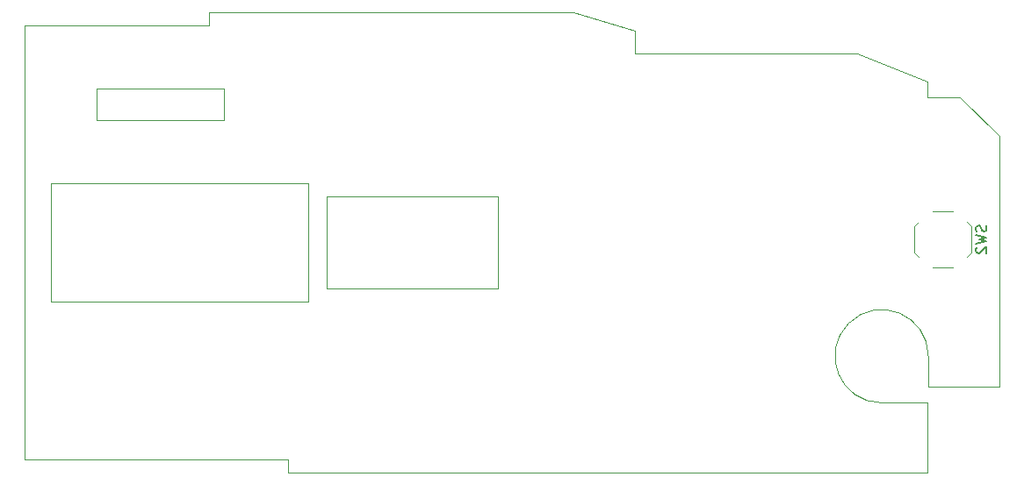
<source format=gbr>
G04 #@! TF.GenerationSoftware,KiCad,Pcbnew,5.99.0-unknown-d20d310~86~ubuntu18.04.1*
G04 #@! TF.CreationDate,2019-12-01T17:32:32+00:00*
G04 #@! TF.ProjectId,mouse8,6d6f7573-6538-42e6-9b69-6361645f7063,rev?*
G04 #@! TF.SameCoordinates,Original*
G04 #@! TF.FileFunction,Legend,Bot*
G04 #@! TF.FilePolarity,Positive*
%FSLAX46Y46*%
G04 Gerber Fmt 4.6, Leading zero omitted, Abs format (unit mm)*
G04 Created by KiCad (PCBNEW 5.99.0-unknown-d20d310~86~ubuntu18.04.1) date 2019-12-01 17:32:32*
%MOMM*%
%LPD*%
G04 APERTURE LIST*
%ADD10C,0.050000*%
%ADD11C,0.120000*%
%ADD12C,0.150000*%
G04 APERTURE END LIST*
D10*
X94150000Y89606250D02*
X58980000Y89606250D01*
X100075000Y87831250D02*
X94150000Y89606250D01*
X100075000Y87831250D02*
X100075000Y85581250D01*
X131400000Y81356250D02*
X135175000Y77656250D01*
X128195000Y81351250D02*
X131400000Y81356250D01*
X128200000Y82906250D02*
X128195000Y81351250D01*
X121475000Y85581250D02*
X128200000Y82906250D01*
X100075000Y85581250D02*
X121475000Y85581250D01*
X128195000Y45156250D02*
X66600000Y45156250D01*
X135175000Y77656250D02*
X135180000Y53411250D01*
X128325000Y53431250D02*
X135180000Y53411250D01*
X128200000Y51856250D02*
X128195000Y45156250D01*
X128325000Y56356250D02*
X128325000Y53431250D01*
X123825000Y51856250D02*
X128200000Y51856250D01*
X123825000Y51856250D02*
G75*
G02X128325000Y56356250I0J4500000D01*
G01*
X48108800Y82189450D02*
X48108800Y79192250D01*
X60453200Y82189450D02*
X48108800Y82189450D01*
X60453200Y79192250D02*
X60453200Y82189450D01*
X48108800Y79192250D02*
X60453200Y79192250D01*
X43740000Y73096250D02*
X68505000Y73096250D01*
X70283000Y62936250D02*
X70283000Y71826250D01*
X86793000Y62936250D02*
X70283000Y62936250D01*
X86793000Y71826250D02*
X86793000Y62936250D01*
X70283000Y71826250D02*
X86793000Y71826250D01*
X66600000Y46426250D02*
X66600000Y45156250D01*
X41200000Y46426250D02*
X66600000Y46426250D01*
X58980000Y88336250D02*
X41200000Y88336250D01*
X58980000Y89606250D02*
X58980000Y88336250D01*
X43740000Y61666250D02*
X43740000Y62301250D01*
X68505000Y61666250D02*
X68505000Y62301250D01*
X68505000Y73096250D02*
X68505000Y62301250D01*
X43740000Y62301250D02*
X43740000Y73096250D01*
X68505000Y61666250D02*
X43740000Y61666250D01*
X41200000Y46426250D02*
X41200000Y88336250D01*
D11*
X132467800Y66390200D02*
X132467800Y68890200D01*
X130717800Y64890200D02*
X128717800Y64890200D01*
X126967800Y66390200D02*
X126967800Y68890200D01*
X130717800Y70390200D02*
X128717800Y70390200D01*
X132017800Y65940200D02*
X132467800Y66390200D01*
X132017800Y69340200D02*
X132467800Y68890200D01*
X127417800Y69340200D02*
X126967800Y68890200D01*
X127417800Y65940200D02*
X126967800Y66390200D01*
D12*
X133872561Y68973533D02*
X133920180Y68830676D01*
X133920180Y68592580D01*
X133872561Y68497342D01*
X133824942Y68449723D01*
X133729704Y68402104D01*
X133634466Y68402104D01*
X133539228Y68449723D01*
X133491609Y68497342D01*
X133443990Y68592580D01*
X133396371Y68783057D01*
X133348752Y68878295D01*
X133301133Y68925914D01*
X133205895Y68973533D01*
X133110657Y68973533D01*
X133015419Y68925914D01*
X132967800Y68878295D01*
X132920180Y68783057D01*
X132920180Y68544961D01*
X132967800Y68402104D01*
X132920180Y68068771D02*
X133920180Y67830676D01*
X133205895Y67640200D01*
X133920180Y67449723D01*
X132920180Y67211628D01*
X133015419Y66878295D02*
X132967800Y66830676D01*
X132920180Y66735438D01*
X132920180Y66497342D01*
X132967800Y66402104D01*
X133015419Y66354485D01*
X133110657Y66306866D01*
X133205895Y66306866D01*
X133348752Y66354485D01*
X133920180Y66925914D01*
X133920180Y66306866D01*
M02*

</source>
